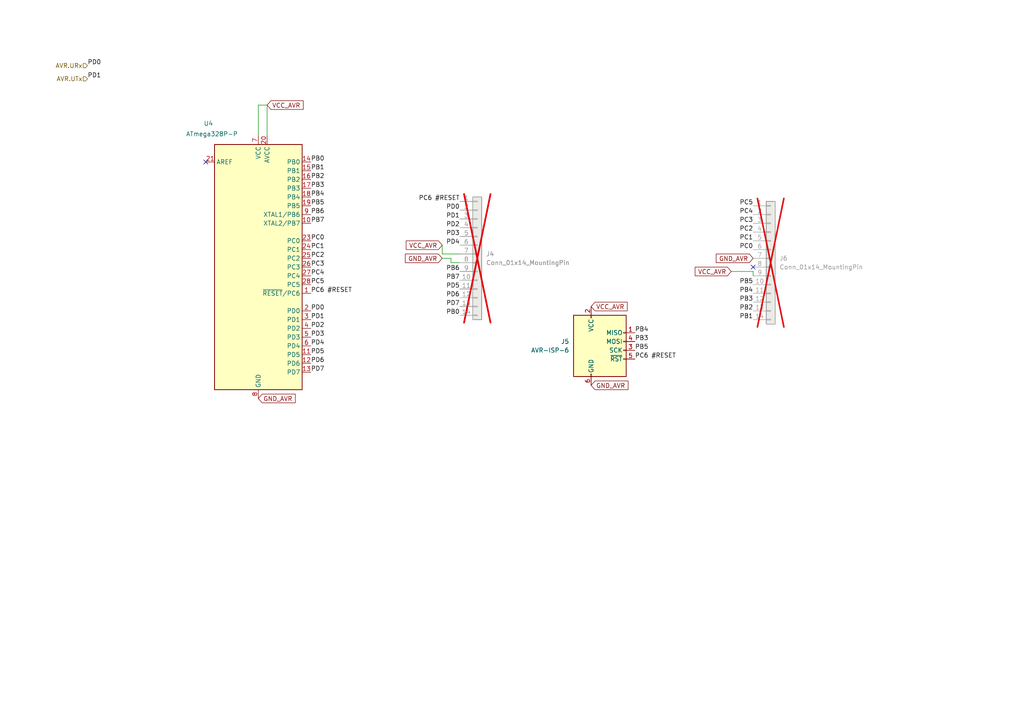
<source format=kicad_sch>
(kicad_sch (version 20231120) (generator "eeschema") (generator_version "8.0")
  (paper "A4")
  (title_block (title "AVR328-USB") (date "2024-03-28") (rev "1.0") (company "HugonLabs") (comment 1 "This version is all through-hole and has opto-isolators on the UART lines"))
  (lib_symbols
    (symbol "Connector:AVR-ISP-6" (pin_names (offset 1.016))
      (property "Reference" "J" (at -6.35 11.43 0))
      (property "Value" "AVR-ISP-6" (at 0 11.43 0))
      (symbol "AVR-ISP-6_0_1"
        (rectangle (start -2.667 -6.858) (end -2.413 -7.62))
        (rectangle (start -2.667 10.16) (end -2.413 9.398))
        (rectangle (start 7.62 -2.413) (end 6.858 -2.667))
        (rectangle (start 7.62 0.127) (end 6.858 -0.127))
        (rectangle (start 7.62 2.667) (end 6.858 2.413))
        (rectangle (start 7.62 5.207) (end 6.858 4.953))
        (rectangle (start 7.62 10.16) (end -7.62 -7.62) (stroke (width 0.254)) (fill (type background)))
      )
      (symbol "AVR-ISP-6_1_1"
        (pin passive line (at 10.16 5.08 180) (length 2.54) (name "MISO") (number "1"))
        (pin passive line (at -2.54 12.7 270) (length 2.54) (name "VCC") (number "2"))
        (pin passive line (at 10.16 0 180) (length 2.54) (name "SCK") (number "3"))
        (pin passive line (at 10.16 2.54 180) (length 2.54) (name "MOSI") (number "4"))
        (pin passive line (at 10.16 -2.54 180) (length 2.54) (name "~{RST}") (number "5"))
        (pin passive line (at -2.54 -10.16 90) (length 2.54) (name "GND") (number "6"))
      )
    )
    (symbol "Connector_Generic:Conn_01x14" (pin_names (offset 1.016) hide)
      (property "Reference" "J" (at 0 17.78 0))
      (property "Value" "Conn_01x14" (at 0 -20.32 0))
      (symbol "Conn_01x14_1_1"
        (rectangle (start -1.27 -17.653) (end 0 -17.907) (stroke (width 0.1524)))
        (rectangle (start -1.27 -15.113) (end 0 -15.367) (stroke (width 0.1524)))
        (rectangle (start -1.27 -12.573) (end 0 -12.827) (stroke (width 0.1524)))
        (rectangle (start -1.27 -10.033) (end 0 -10.287) (stroke (width 0.1524)))
        (rectangle (start -1.27 -7.493) (end 0 -7.747) (stroke (width 0.1524)))
        (rectangle (start -1.27 -4.953) (end 0 -5.207) (stroke (width 0.1524)))
        (rectangle (start -1.27 -2.413) (end 0 -2.667) (stroke (width 0.1524)))
        (rectangle (start -1.27 0.127) (end 0 -0.127) (stroke (width 0.1524)))
        (rectangle (start -1.27 2.667) (end 0 2.413) (stroke (width 0.1524)))
        (rectangle (start -1.27 5.207) (end 0 4.953) (stroke (width 0.1524)))
        (rectangle (start -1.27 7.747) (end 0 7.493) (stroke (width 0.1524)))
        (rectangle (start -1.27 10.287) (end 0 10.033) (stroke (width 0.1524)))
        (rectangle (start -1.27 12.827) (end 0 12.573) (stroke (width 0.1524)))
        (rectangle (start -1.27 15.367) (end 0 15.113) (stroke (width 0.1524)))
        (rectangle (start -1.27 16.51) (end 1.27 -19.05) (stroke (width 0.254)) (fill (type background)))
        (pin passive line (at -5.08 15.24 0) (length 3.81) (name "Pin_1") (number "1"))
        (pin passive line (at -5.08 -7.62 0) (length 3.81) (name "Pin_10") (number "10"))
        (pin passive line (at -5.08 -10.16 0) (length 3.81) (name "Pin_11") (number "11"))
        (pin passive line (at -5.08 -12.7 0) (length 3.81) (name "Pin_12") (number "12"))
        (pin passive line (at -5.08 -15.24 0) (length 3.81) (name "Pin_13") (number "13"))
        (pin passive line (at -5.08 -17.78 0) (length 3.81) (name "Pin_14") (number "14"))
        (pin passive line (at -5.08 12.7 0) (length 3.81) (name "Pin_2") (number "2"))
        (pin passive line (at -5.08 10.16 0) (length 3.81) (name "Pin_3") (number "3"))
        (pin passive line (at -5.08 7.62 0) (length 3.81) (name "Pin_4") (number "4"))
        (pin passive line (at -5.08 5.08 0) (length 3.81) (name "Pin_5") (number "5"))
        (pin passive line (at -5.08 2.54 0) (length 3.81) (name "Pin_6") (number "6"))
        (pin passive line (at -5.08 0 0) (length 3.81) (name "Pin_7") (number "7"))
        (pin passive line (at -5.08 -2.54 0) (length 3.81) (name "Pin_8") (number "8"))
        (pin passive line (at -5.08 -5.08 0) (length 3.81) (name "Pin_9") (number "9"))
      )
    )
    (symbol "MCU_Microchip_ATmega:ATmega328P-P"
      (property "Reference" "U" (at -12.7 36.83 0))
      (property "Value" "ATmega328P-P" (at 2.54 -36.83 0))
      (symbol "ATmega328P-P_0_1"
        (rectangle (start -12.7 -35.56) (end 12.7 35.56) (stroke (width 0.254)) (fill (type background)))
      )
      (symbol "ATmega328P-P_1_1"
        (pin bidirectional line (at 15.24 -7.62 180) (length 2.54) (name "~{RESET}/PC6") (number "1"))
        (pin bidirectional line (at 15.24 12.7 180) (length 2.54) (name "XTAL2/PB7") (number "10"))
        (pin bidirectional line (at 15.24 -25.4 180) (length 2.54) (name "PD5") (number "11"))
        (pin bidirectional line (at 15.24 -27.94 180) (length 2.54) (name "PD6") (number "12"))
        (pin bidirectional line (at 15.24 -30.48 180) (length 2.54) (name "PD7") (number "13"))
        (pin bidirectional line (at 15.24 30.48 180) (length 2.54) (name "PB0") (number "14"))
        (pin bidirectional line (at 15.24 27.94 180) (length 2.54) (name "PB1") (number "15"))
        (pin bidirectional line (at 15.24 25.4 180) (length 2.54) (name "PB2") (number "16"))
        (pin bidirectional line (at 15.24 22.86 180) (length 2.54) (name "PB3") (number "17"))
        (pin bidirectional line (at 15.24 20.32 180) (length 2.54) (name "PB4") (number "18"))
        (pin bidirectional line (at 15.24 17.78 180) (length 2.54) (name "PB5") (number "19"))
        (pin bidirectional line (at 15.24 -12.7 180) (length 2.54) (name "PD0") (number "2"))
        (pin power_in line (at 2.54 38.1 270) (length 2.54) (name "AVCC") (number "20"))
        (pin passive line (at -15.24 30.48 0) (length 2.54) (name "AREF") (number "21"))
        (pin passive line (at 0 -38.1 90) (length 2.54) hide (name "GND") (number "22"))
        (pin bidirectional line (at 15.24 7.62 180) (length 2.54) (name "PC0") (number "23"))
        (pin bidirectional line (at 15.24 5.08 180) (length 2.54) (name "PC1") (number "24"))
        (pin bidirectional line (at 15.24 2.54 180) (length 2.54) (name "PC2") (number "25"))
        (pin bidirectional line (at 15.24 0 180) (length 2.54) (name "PC3") (number "26"))
        (pin bidirectional line (at 15.24 -2.54 180) (length 2.54) (name "PC4") (number "27"))
        (pin bidirectional line (at 15.24 -5.08 180) (length 2.54) (name "PC5") (number "28"))
        (pin bidirectional line (at 15.24 -15.24 180) (length 2.54) (name "PD1") (number "3"))
        (pin bidirectional line (at 15.24 -17.78 180) (length 2.54) (name "PD2") (number "4"))
        (pin bidirectional line (at 15.24 -20.32 180) (length 2.54) (name "PD3") (number "5"))
        (pin bidirectional line (at 15.24 -22.86 180) (length 2.54) (name "PD4") (number "6"))
        (pin power_in line (at 0 38.1 270) (length 2.54) (name "VCC") (number "7"))
        (pin power_in line (at 0 -38.1 90) (length 2.54) (name "GND") (number "8"))
        (pin bidirectional line (at 15.24 15.24 180) (length 2.54) (name "XTAL1/PB6") (number "9"))
      )
    )
  )
  (no_connect (at 59.69 46.99))
  (no_connect (at 218.44 77.47))
  (wire (pts (xy 128.27 71.12) (xy 128.27 73.66)))
  (wire (pts (xy 77.47 30.48) (xy 77.47 39.37)))
  (wire (pts (xy 130.81 74.93) (xy 130.81 76.2)))
  (wire (pts (xy 128.27 74.93) (xy 130.81 74.93)))
  (wire (pts (xy 212.09 78.74) (xy 218.44 78.74)))
  (wire (pts (xy 74.93 30.48) (xy 77.47 30.48)))
  (wire (pts (xy 218.44 78.74) (xy 218.44 80.01)))
  (wire (pts (xy 128.27 73.66) (xy 133.35 73.66)))
  (wire (pts (xy 74.93 30.48) (xy 74.93 39.37)))
  (wire (pts (xy 130.81 76.2) (xy 133.35 76.2)))
  (label "PC1" (at 90.17 72.39 0))
  (label "PD3" (at 90.17 97.79 0))
  (label "PD1" (at 90.17 92.71 0))
  (label "PC6 #RESET" (at 184.15 104.14 0))
  (label "PB7" (at 133.35 81.28 180))
  (label "PB5" (at 218.44 82.55 180))
  (label "PB4" (at 184.15 96.52 0))
  (label "PD2" (at 133.35 66.04 180))
  (label "PB5" (at 90.17 59.69 0))
  (label "PB2" (at 218.44 90.17 180))
  (label "PC5" (at 218.44 59.69 180))
  (label "PB5" (at 184.15 101.6 0))
  (label "PB2" (at 90.17 52.07 0))
  (label "PD0" (at 90.17 90.17 0))
  (label "PD0" (at 25.4 19.05 0))
  (label "PB4" (at 218.44 85.09 180))
  (label "PC1" (at 218.44 69.85 180))
  (label "PC5" (at 90.17 82.55 0))
  (label "PB3" (at 218.44 87.63 180))
  (label "PB6" (at 133.35 78.74 180))
  (label "PD1" (at 133.35 63.5 180))
  (label "PC4" (at 218.44 62.23 180))
  (label "PD5" (at 90.17 102.87 0))
  (label "PB3" (at 90.17 54.61 0))
  (label "PD6" (at 90.17 105.41 0))
  (label "PD2" (at 90.17 95.25 0))
  (label "PB1" (at 90.17 49.53 0))
  (label "PC0" (at 218.44 72.39 180))
  (label "PC4" (at 90.17 80.01 0))
  (label "PC3" (at 90.17 77.47 0))
  (label "PB4" (at 90.17 57.15 0))
  (label "PD1" (at 25.4 22.86 0))
  (label "PD7" (at 133.35 88.9 180))
  (label "PC6 #RESET" (at 133.35 58.42 180))
  (label "PB6" (at 90.17 62.23 0))
  (label "PB3" (at 184.15 99.06 0))
  (label "PD4" (at 90.17 100.33 0))
  (label "PD0" (at 133.35 60.96 180))
  (label "PB0" (at 90.17 46.99 0))
  (label "PB7" (at 90.17 64.77 0))
  (label "PD3" (at 133.35 68.58 180))
  (label "PB1" (at 218.44 92.71 180))
  (label "PC2" (at 90.17 74.93 0))
  (label "PD7" (at 90.17 107.95 0))
  (label "PD5" (at 133.35 83.82 180))
  (label "PC3" (at 218.44 64.77 180))
  (label "PC6 #RESET" (at 90.17 85.09 0))
  (label "PC2" (at 218.44 67.31 180))
  (label "PC0" (at 90.17 69.85 0))
  (label "PB0" (at 133.35 91.44 180))
  (label "PD6" (at 133.35 86.36 180))
  (label "PD4" (at 133.35 71.12 180))
  (global_label "GND_AVR" (shape input) (at 74.93 115.57 0) (property "Intersheetrefs" "${INTERSHEET_REFS}" (effects (hide yes))))
  (global_label "VCC_AVR" (shape input) (at 171.45 88.9 0) (property "Intersheetrefs" "${INTERSHEET_REFS}" (effects (hide yes))))
  (global_label "GND_AVR" (shape input) (at 171.45 111.76 0) (property "Intersheetrefs" "${INTERSHEET_REFS}" (effects (hide yes))))
  (global_label "VCC_AVR" (shape input) (at 77.47 30.48 0) (property "Intersheetrefs" "${INTERSHEET_REFS}" (effects (hide yes))))
  (global_label "VCC_AVR" (shape input) (at 212.09 78.74 180) (property "Intersheetrefs" "${INTERSHEET_REFS}" (effects (hide yes))))
  (global_label "VCC_AVR" (shape input) (at 128.27 71.12 180) (property "Intersheetrefs" "${INTERSHEET_REFS}" (effects (hide yes))))
  (global_label "GND_AVR" (shape input) (at 128.27 74.93 180) (property "Intersheetrefs" "${INTERSHEET_REFS}" (effects (hide yes))))
  (global_label "GND_AVR" (shape input) (at 218.44 74.93 180) (property "Intersheetrefs" "${INTERSHEET_REFS}" (effects (hide yes))))
  (hierarchical_label "AVR.URx" (shape input) (at 25.4 19.05 180))
  (hierarchical_label "AVR.UTx" (shape input) (at 25.4 22.86 180))
  (symbol (lib_id "Connector_Generic:Conn_01x14") (at 223.52 74.93 0) (unit 1) (dnp yes)
    (property "Reference" "J6" (at 226.06 74.9299 0) (effects (justify left)))
    (property "Value" "Conn_01x14_MountingPin" (at 226.06 77.4699 0) (effects (justify left)))
    (property "Footprint" "Connector_PinHeader_2.54mm:PinHeader_1x14_P2.54mm_Vertical" (effects (hide yes)))
    (property "Description" "Generic connector, single row, 01x14, script generated (kicad-library-utils/schlib/autogen/connector/)" (effects (hide yes)))
    (property "MFR" "TE Connectivity" (effects (hide yes)))
    (property "MFR Part Num" "9-146280-0" (effects (hide yes)))
  )
  (symbol (lib_id "Connector_Generic:Conn_01x14") (at 138.43 73.66 0) (unit 1) (dnp yes)
    (property "Reference" "J4" (at 140.97 73.6599 0) (effects (justify left)))
    (property "Value" "Conn_01x14_MountingPin" (at 140.97 76.1999 0) (effects (justify left)))
    (property "Footprint" "Connector_PinHeader_2.54mm:PinHeader_1x14_P2.54mm_Vertical" (effects (hide yes)))
    (property "Description" "Generic connector, single row, 01x14, script generated (kicad-library-utils/schlib/autogen/connector/)" (effects (hide yes)))
    (property "MFR" "TE Connectivity" (effects (hide yes)))
    (property "MFR Part Num" "9-146280-0" (effects (hide yes)))
  )
  (symbol (lib_id "Connector:AVR-ISP-6") (at 173.99 101.6 0) (unit 1)
    (property "Reference" "J5" (at 165.1 99.0599 0) (effects (justify right)))
    (property "Value" "AVR-ISP-6" (at 165.1 101.5999 0) (effects (justify right)))
    (property "Footprint" "Connector_PinHeader_2.54mm:PinHeader_2x03_P2.54mm_Vertical" (effects (hide yes)))
    (property "Datasheet" " ~" (effects (hide yes)))
    (property "Description" "Atmel 6-pin ISP connector" (effects (hide yes)))
    (property "MFR" "Molex" (effects (hide yes)))
    (property "MFR Part Num" "TE Connectivity" (effects (hide yes)))
  )
  (symbol (lib_id "MCU_Microchip_ATmega:ATmega328P-P") (at 74.93 77.47 0) (unit 1)
    (property "Reference" "U4" (at 60.452 35.814 0))
    (property "Value" "ATmega328P-P" (at 61.468 38.862 0))
    (property "Footprint" "Package_DIP:DIP-28_W7.62mm" (effects (hide yes)))
    (property "Datasheet" "http://ww1.microchip.com/downloads/en/DeviceDoc/ATmega328_P%20AVR%20MCU%20with%20picoPower%20Technology%20Data%20Sheet%2040001984A.pdf" (effects (hide yes)))
    (property "Description" "20MHz, 32kB Flash, 2kB SRAM, 1kB EEPROM, DIP-28" (effects (hide yes)))
    (property "MFR" "Microchip" (effects (hide yes)))
    (property "MFR Part Num" "ATmega328P-PU" (effects (hide yes)))
  )
)
</source>
